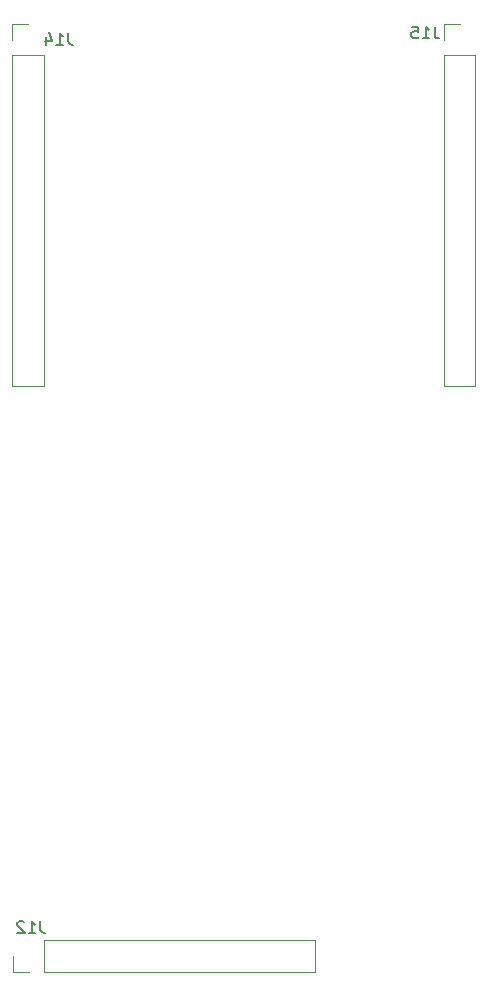
<source format=gbr>
%TF.GenerationSoftware,KiCad,Pcbnew,7.0.1-0*%
%TF.CreationDate,2023-10-20T13:53:54+13:00*%
%TF.ProjectId,Punkys-new-brew_control,50756e6b-7973-42d6-9e65-772d62726577,001*%
%TF.SameCoordinates,Original*%
%TF.FileFunction,Legend,Bot*%
%TF.FilePolarity,Positive*%
%FSLAX46Y46*%
G04 Gerber Fmt 4.6, Leading zero omitted, Abs format (unit mm)*
G04 Created by KiCad (PCBNEW 7.0.1-0) date 2023-10-20 13:53:54*
%MOMM*%
%LPD*%
G01*
G04 APERTURE LIST*
%ADD10C,0.150000*%
%ADD11C,0.120000*%
G04 APERTURE END LIST*
D10*
%TO.C,J12*%
X123399523Y-110512619D02*
X123399523Y-111226904D01*
X123399523Y-111226904D02*
X123447142Y-111369761D01*
X123447142Y-111369761D02*
X123542380Y-111465000D01*
X123542380Y-111465000D02*
X123685237Y-111512619D01*
X123685237Y-111512619D02*
X123780475Y-111512619D01*
X122399523Y-111512619D02*
X122970951Y-111512619D01*
X122685237Y-111512619D02*
X122685237Y-110512619D01*
X122685237Y-110512619D02*
X122780475Y-110655476D01*
X122780475Y-110655476D02*
X122875713Y-110750714D01*
X122875713Y-110750714D02*
X122970951Y-110798333D01*
X122018570Y-110607857D02*
X121970951Y-110560238D01*
X121970951Y-110560238D02*
X121875713Y-110512619D01*
X121875713Y-110512619D02*
X121637618Y-110512619D01*
X121637618Y-110512619D02*
X121542380Y-110560238D01*
X121542380Y-110560238D02*
X121494761Y-110607857D01*
X121494761Y-110607857D02*
X121447142Y-110703095D01*
X121447142Y-110703095D02*
X121447142Y-110798333D01*
X121447142Y-110798333D02*
X121494761Y-110941190D01*
X121494761Y-110941190D02*
X122066189Y-111512619D01*
X122066189Y-111512619D02*
X121447142Y-111512619D01*
%TO.C,J14*%
X125759523Y-35312619D02*
X125759523Y-36026904D01*
X125759523Y-36026904D02*
X125807142Y-36169761D01*
X125807142Y-36169761D02*
X125902380Y-36265000D01*
X125902380Y-36265000D02*
X126045237Y-36312619D01*
X126045237Y-36312619D02*
X126140475Y-36312619D01*
X124759523Y-36312619D02*
X125330951Y-36312619D01*
X125045237Y-36312619D02*
X125045237Y-35312619D01*
X125045237Y-35312619D02*
X125140475Y-35455476D01*
X125140475Y-35455476D02*
X125235713Y-35550714D01*
X125235713Y-35550714D02*
X125330951Y-35598333D01*
X123902380Y-35645952D02*
X123902380Y-36312619D01*
X124140475Y-35265000D02*
X124378570Y-35979285D01*
X124378570Y-35979285D02*
X123759523Y-35979285D01*
%TO.C,J15*%
X156765523Y-34768619D02*
X156765523Y-35482904D01*
X156765523Y-35482904D02*
X156813142Y-35625761D01*
X156813142Y-35625761D02*
X156908380Y-35721000D01*
X156908380Y-35721000D02*
X157051237Y-35768619D01*
X157051237Y-35768619D02*
X157146475Y-35768619D01*
X155765523Y-35768619D02*
X156336951Y-35768619D01*
X156051237Y-35768619D02*
X156051237Y-34768619D01*
X156051237Y-34768619D02*
X156146475Y-34911476D01*
X156146475Y-34911476D02*
X156241713Y-35006714D01*
X156241713Y-35006714D02*
X156336951Y-35054333D01*
X154860761Y-34768619D02*
X155336951Y-34768619D01*
X155336951Y-34768619D02*
X155384570Y-35244809D01*
X155384570Y-35244809D02*
X155336951Y-35197190D01*
X155336951Y-35197190D02*
X155241713Y-35149571D01*
X155241713Y-35149571D02*
X155003618Y-35149571D01*
X155003618Y-35149571D02*
X154908380Y-35197190D01*
X154908380Y-35197190D02*
X154860761Y-35244809D01*
X154860761Y-35244809D02*
X154813142Y-35340047D01*
X154813142Y-35340047D02*
X154813142Y-35578142D01*
X154813142Y-35578142D02*
X154860761Y-35673380D01*
X154860761Y-35673380D02*
X154908380Y-35721000D01*
X154908380Y-35721000D02*
X155003618Y-35768619D01*
X155003618Y-35768619D02*
X155241713Y-35768619D01*
X155241713Y-35768619D02*
X155336951Y-35721000D01*
X155336951Y-35721000D02*
X155384570Y-35673380D01*
D11*
%TO.C,J12*%
X146620000Y-112120000D02*
X146620000Y-114780000D01*
X123700000Y-112120000D02*
X146620000Y-112120000D01*
X123700000Y-112120000D02*
X123700000Y-114780000D01*
X121100000Y-113450000D02*
X121100000Y-114780000D01*
X123700000Y-114780000D02*
X146620000Y-114780000D01*
X121100000Y-114780000D02*
X122430000Y-114780000D01*
%TO.C,J14*%
X123680000Y-65170000D02*
X121020000Y-65170000D01*
X123680000Y-37170000D02*
X123680000Y-65170000D01*
X123680000Y-37170000D02*
X121020000Y-37170000D01*
X122350000Y-34570000D02*
X121020000Y-34570000D01*
X121020000Y-37170000D02*
X121020000Y-65170000D01*
X121020000Y-34570000D02*
X121020000Y-35900000D01*
%TO.C,J15*%
X160230000Y-65170000D02*
X157570000Y-65170000D01*
X160230000Y-37170000D02*
X160230000Y-65170000D01*
X160230000Y-37170000D02*
X157570000Y-37170000D01*
X158900000Y-34570000D02*
X157570000Y-34570000D01*
X157570000Y-37170000D02*
X157570000Y-65170000D01*
X157570000Y-34570000D02*
X157570000Y-35900000D01*
%TD*%
M02*

</source>
